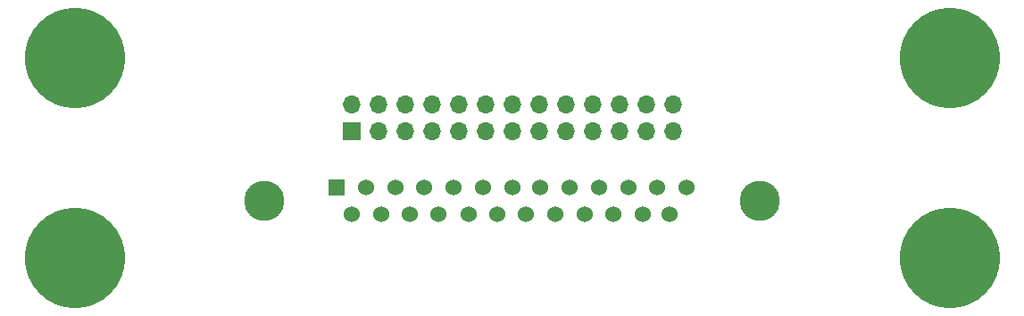
<source format=gbr>
G04 #@! TF.FileFunction,Copper,L2,Bot,Signal*
%FSLAX46Y46*%
G04 Gerber Fmt 4.6, Leading zero omitted, Abs format (unit mm)*
G04 Created by KiCad (PCBNEW (after 2015-mar-04 BZR unknown)-product) date 6/9/2017 4:00:00 PM*
%MOMM*%
G01*
G04 APERTURE LIST*
%ADD10C,0.150000*%
%ADD11R,1.700000X1.700000*%
%ADD12O,1.700000X1.700000*%
%ADD13C,3.810000*%
%ADD14C,1.524000*%
%ADD15R,1.524000X1.524000*%
%ADD16C,9.525000*%
G04 APERTURE END LIST*
D10*
D11*
X32258000Y-12954000D03*
D12*
X32258000Y-10414000D03*
X34798000Y-12954000D03*
X34798000Y-10414000D03*
X37338000Y-12954000D03*
X37338000Y-10414000D03*
X39878000Y-12954000D03*
X39878000Y-10414000D03*
X42418000Y-12954000D03*
X42418000Y-10414000D03*
X44958000Y-12954000D03*
X44958000Y-10414000D03*
X47498000Y-12954000D03*
X47498000Y-10414000D03*
X50038000Y-12954000D03*
X50038000Y-10414000D03*
X52578000Y-12954000D03*
X52578000Y-10414000D03*
X55118000Y-12954000D03*
X55118000Y-10414000D03*
X57658000Y-12954000D03*
X57658000Y-10414000D03*
X60198000Y-12954000D03*
X60198000Y-10414000D03*
X62738000Y-12954000D03*
X62738000Y-10414000D03*
D13*
X24003000Y-19558000D03*
X70993000Y-19558000D03*
D14*
X64008000Y-18288000D03*
X61214000Y-18288000D03*
X58547000Y-18288000D03*
X55753000Y-18288000D03*
X52959000Y-18288000D03*
X50165000Y-18288000D03*
X47498000Y-18288000D03*
X44704000Y-18288000D03*
X41910000Y-18288000D03*
X39116000Y-18288000D03*
X36449000Y-18288000D03*
X33655000Y-18288000D03*
D15*
X30861000Y-18288000D03*
D14*
X62433200Y-20828000D03*
X59893200Y-20828000D03*
X57099200Y-20828000D03*
X54356000Y-20828000D03*
X51612800Y-20828000D03*
X48818800Y-20828000D03*
X46075600Y-20828000D03*
X43332400Y-20828000D03*
X40487600Y-20828000D03*
X37795200Y-20828000D03*
X35052000Y-20828000D03*
X32258000Y-20828000D03*
D16*
X89000000Y-6000000D03*
X6000000Y-6000000D03*
X6000000Y-25000000D03*
X89000000Y-25000000D03*
M02*

</source>
